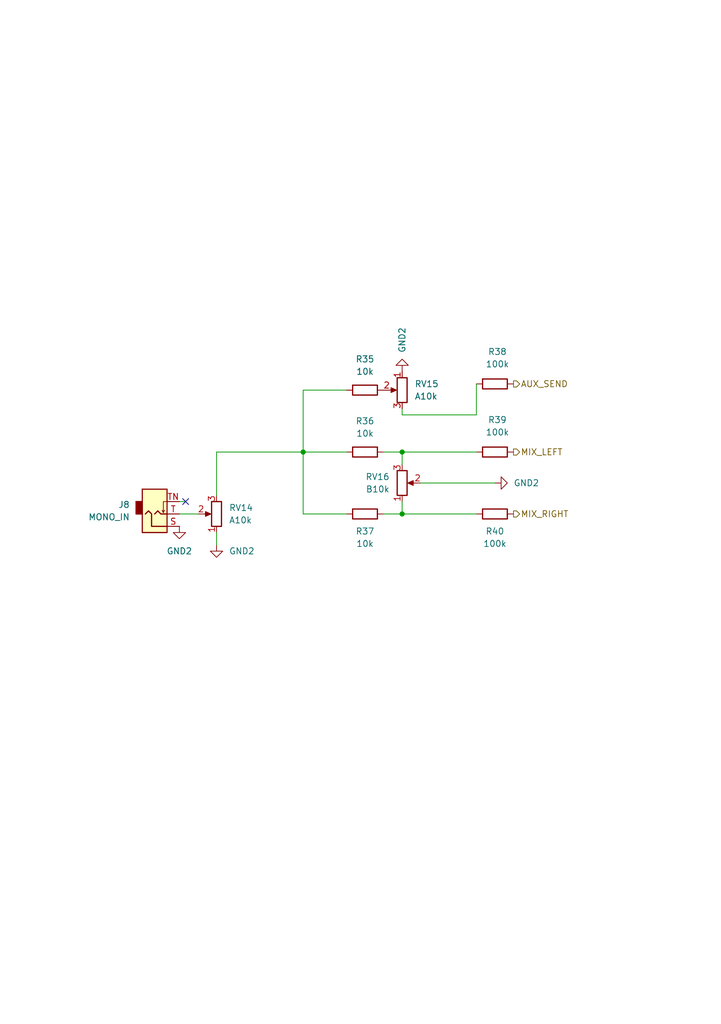
<source format=kicad_sch>
(kicad_sch (version 20231120) (generator "eeschema") (generator_version "8.0")
  (paper "A5" portrait)
  (title_block (title "Mono input channel"))
  (lib_symbols
    (symbol "Connector_Audio:AudioJack2_SwitchT"
      (property "Reference" "J" (at 0 8.89 0))
      (property "Value" "AudioJack2_SwitchT" (at 0 6.35 0))
      (symbol "AudioJack2_SwitchT_0_1"
        (rectangle (start -2.54 0) (end -3.81 -2.54) (stroke (width 0.254)) (fill (type outline)))
        (polyline (pts (xy 1.778 -0.254) (xy 2.032 -0.762)))
        (polyline (pts (xy 0 0) (xy 0.635 -0.635) (xy 1.27 0) (xy 2.54 0)) (stroke (width 0.254)))
        (polyline (pts (xy 2.54 -2.54) (xy 1.778 -2.54) (xy 1.778 -0.254) (xy 1.524 -0.762)))
        (polyline (pts (xy 2.54 2.54) (xy -0.635 2.54) (xy -0.635 0) (xy -1.27 -0.635) (xy -1.905 0)) (stroke (width 0.254)))
        (rectangle (start 2.54 3.81) (end -2.54 -5.08) (stroke (width 0.254)) (fill (type background)))
      )
      (symbol "AudioJack2_SwitchT_1_1"
        (pin passive line (at 5.08 2.54 180) (length 2.54) (name "~") (number "S"))
        (pin passive line (at 5.08 0 180) (length 2.54) (name "~") (number "T"))
        (pin passive line (at 5.08 -2.54 180) (length 2.54) (name "~") (number "TN"))
      )
    )
    (symbol "Device:R" (pin_numbers hide) (pin_names (offset 0))
      (property "Reference" "R" (at 2.032 0 90))
      (property "Value" "R" (at 0 0 90))
      (symbol "R_0_1"
        (rectangle (start -1.016 -2.54) (end 1.016 2.54) (stroke (width 0.254)))
      )
      (symbol "R_1_1"
        (pin passive line (at 0 3.81 270) (length 1.27) (name "~") (number "1"))
        (pin passive line (at 0 -3.81 90) (length 1.27) (name "~") (number "2"))
      )
    )
    (symbol "Device:R_Potentiometer" (pin_names (offset 1.016) hide)
      (property "Reference" "RV" (at -4.445 0 90))
      (property "Value" "R_Potentiometer" (at -2.54 0 90))
      (symbol "R_Potentiometer_0_1"
        (polyline (pts (xy 2.54 0) (xy 1.524 0)))
        (polyline (pts (xy 1.143 0) (xy 2.286 0.508) (xy 2.286 -0.508) (xy 1.143 0)) (fill (type outline)))
        (rectangle (start 1.016 2.54) (end -1.016 -2.54) (stroke (width 0.254)))
      )
      (symbol "R_Potentiometer_1_1"
        (pin passive line (at 0 3.81 270) (length 1.27) (name "1") (number "1"))
        (pin passive line (at 3.81 0 180) (length 1.27) (name "2") (number "2"))
        (pin passive line (at 0 -3.81 90) (length 1.27) (name "3") (number "3"))
      )
    )
    (symbol "power:GND2" (power) (pin_numbers hide) (pin_names (offset 0) hide)
      (property "Value" "GND2" (at 0 -3.81 0))
      (symbol "GND2_0_1"
        (polyline (pts (xy 0 0) (xy 0 -1.27) (xy 1.27 -1.27) (xy 0 -2.54) (xy -1.27 -1.27) (xy 0 -1.27)))
      )
      (symbol "GND2_1_1"
        (pin power_in line (at 0 0 270) (length 0) (name "~") (number "1"))
      )
    )
  )
  (junction (at 82.55 105.41))
  (junction (at 82.55 92.71))
  (junction (at 62.23 92.71))
  (no_connect (at 38.1 102.87))
  (wire (pts (xy 38.1 102.87) (xy 36.83 102.87)))
  (wire (pts (xy 82.55 85.09) (xy 97.79 85.09)))
  (wire (pts (xy 71.12 80.01) (xy 62.23 80.01)))
  (wire (pts (xy 71.12 92.71) (xy 62.23 92.71)))
  (wire (pts (xy 82.55 83.82) (xy 82.55 85.09)))
  (wire (pts (xy 71.12 105.41) (xy 62.23 105.41)))
  (wire (pts (xy 97.79 78.74) (xy 97.79 85.09)))
  (wire (pts (xy 82.55 92.71) (xy 97.79 92.71)))
  (wire (pts (xy 78.74 105.41) (xy 82.55 105.41)))
  (wire (pts (xy 36.83 105.41) (xy 40.64 105.41)))
  (wire (pts (xy 62.23 80.01) (xy 62.23 92.71)))
  (wire (pts (xy 44.45 92.71) (xy 44.45 101.6)))
  (wire (pts (xy 82.55 105.41) (xy 97.79 105.41)))
  (wire (pts (xy 78.74 92.71) (xy 82.55 92.71)))
  (wire (pts (xy 82.55 92.71) (xy 82.55 95.25)))
  (wire (pts (xy 62.23 92.71) (xy 62.23 105.41)))
  (wire (pts (xy 44.45 109.22) (xy 44.45 111.76)))
  (wire (pts (xy 44.45 92.71) (xy 62.23 92.71)))
  (wire (pts (xy 82.55 105.41) (xy 82.55 102.87)))
  (wire (pts (xy 86.36 99.06) (xy 101.6 99.06)))
  (hierarchical_label "MIX_LEFT" (shape output) (at 105.41 92.71 0))
  (hierarchical_label "MIX_RIGHT" (shape output) (at 105.41 105.41 0))
  (hierarchical_label "AUX_SEND" (shape output) (at 105.41 78.74 0))
  (symbol (lib_id "Device:R") (at 101.6 105.41 270) (unit 1)
    (property "Reference" "R16" (at 101.6 108.966 90))
    (property "Value" "100k" (at 101.6 111.506 90))
    (property "Footprint" "Resistor_SMD:R_0603_1608Metric_Pad0.98x0.95mm_HandSolder" (effects (hide yes)))
    (property "Description" "Resistor" (effects (hide yes)))
    (instances (project "mixer" (path "" (reference "R40") (unit 1)) (path "" (reference "R22") (unit 1)) (path "" (reference "R34") (unit 1)) (path "" (reference "R16") (unit 1)) (path "" (reference "R28") (unit 1))))
  )
  (symbol (lib_id "Device:R_Potentiometer") (at 44.45 105.41 180) (unit 1)
    (property "Reference" "RV2" (at 46.99 104.1399 0) (effects (justify right)))
    (property "Value" "A10k" (at 46.99 106.6799 0) (effects (justify right)))
    (property "Footprint" "KitsBlips:Potentiometer_Alpha_RD901F-40-00D_Single_Vertical" (effects (hide yes)))
    (property "Description" "Potentiometer" (effects (hide yes)))
    (instances (project "mixer" (path "" (reference "RV14") (unit 1)) (path "" (reference "RV5") (unit 1)) (path "" (reference "RV11") (unit 1)) (path "" (reference "RV2") (unit 1)) (path "" (reference "RV8") (unit 1))))
  )
  (symbol (lib_id "Device:R") (at 101.6 92.71 270) (unit 1)
    (property "Reference" "R15" (at 102.108 86.106 90))
    (property "Value" "100k" (at 102.108 88.646 90))
    (property "Footprint" "Resistor_SMD:R_0603_1608Metric_Pad0.98x0.95mm_HandSolder" (effects (hide yes)))
    (property "Description" "Resistor" (effects (hide yes)))
    (instances (project "mixer" (path "" (reference "R39") (unit 1)) (path "" (reference "R21") (unit 1)) (path "" (reference "R33") (unit 1)) (path "" (reference "R15") (unit 1)) (path "" (reference "R27") (unit 1))))
  )
  (symbol (lib_id "power:GND2") (at 44.45 111.76 0) (unit 1)
    (property "Reference" "#PWR014" (effects (hide yes)))
    (property "Value" "GND2" (at 46.99 113.0299 0) (effects (justify left)))
    (property "Description" "Power symbol creates a global label with name \"GND2\" , ground" (effects (hide yes)))
    (instances (project "mixer" (path "" (reference "#PWR040") (unit 1)) (path "" (reference "#PWR018") (unit 1)) (path "" (reference "#PWR028") (unit 1)) (path "" (reference "#PWR014") (unit 1)) (path "" (reference "#PWR022") (unit 1))))
  )
  (symbol (lib_id "Device:R_Potentiometer") (at 82.55 99.06 0) (mirror x) (unit 1)
    (property "Reference" "RV4" (at 80.01 97.7899 0) (effects (justify right)))
    (property "Value" "B10k" (at 80.01 100.3299 0) (effects (justify right)))
    (property "Footprint" "KitsBlips:Potentiometer_Alpha_RD901F-40-00D_Single_Vertical" (effects (hide yes)))
    (property "Description" "Potentiometer" (effects (hide yes)))
    (instances (project "mixer" (path "" (reference "RV16") (unit 1)) (path "" (reference "RV7") (unit 1)) (path "" (reference "RV13") (unit 1)) (path "" (reference "RV4") (unit 1)) (path "" (reference "RV10") (unit 1))))
  )
  (symbol (lib_id "Connector_Audio:AudioJack2_SwitchT") (at 31.75 105.41 0) (mirror x) (unit 1)
    (property "Reference" "J4" (at 26.67 103.5049 0) (effects (justify right)))
    (property "Value" "MONO_IN" (at 26.67 106.0449 0) (effects (justify right)))
    (property "Footprint" "KitsBlips:Jack_3.5mm_QingPu_WQP-PJ398SM_Vertical_CircularHoles" (effects (hide yes)))
    (property "Description" "Audio Jack, 2 Poles (Mono / TS), Switched T Pole (Normalling)" (effects (hide yes)))
    (instances (project "mixer" (path "" (reference "J8") (unit 1)) (path "" (reference "J5") (unit 1)) (path "" (reference "J7") (unit 1)) (path "" (reference "J4") (unit 1)) (path "" (reference "J6") (unit 1))))
  )
  (symbol (lib_id "power:GND2") (at 101.6 99.06 90) (unit 1)
    (property "Reference" "#PWR016" (effects (hide yes)))
    (property "Value" "GND2" (at 105.41 99.0599 90) (effects (justify right)))
    (property "Description" "Power symbol creates a global label with name \"GND2\" , ground" (effects (hide yes)))
    (instances (project "mixer" (path "" (reference "#PWR042") (unit 1)) (path "" (reference "#PWR020") (unit 1)) (path "" (reference "#PWR038") (unit 1)) (path "" (reference "#PWR016") (unit 1)) (path "" (reference "#PWR024") (unit 1))))
  )
  (symbol (lib_id "Device:R") (at 101.6 78.74 270) (unit 1)
    (property "Reference" "R14" (at 102.108 72.136 90))
    (property "Value" "100k" (at 102.108 74.676 90))
    (property "Footprint" "Resistor_SMD:R_0603_1608Metric_Pad0.98x0.95mm_HandSolder" (effects (hide yes)))
    (property "Description" "Resistor" (effects (hide yes)))
    (instances (project "mixer" (path "" (reference "R38") (unit 1)) (path "" (reference "R20") (unit 1)) (path "" (reference "R32") (unit 1)) (path "" (reference "R14") (unit 1)) (path "" (reference "R26") (unit 1))))
  )
  (symbol (lib_id "Device:R") (at 74.93 92.71 270) (unit 1)
    (property "Reference" "R12" (at 74.93 86.36 90))
    (property "Value" "10k" (at 74.93 88.9 90))
    (property "Footprint" "Resistor_SMD:R_0603_1608Metric_Pad0.98x0.95mm_HandSolder" (effects (hide yes)))
    (property "Description" "Resistor" (effects (hide yes)))
    (instances (project "mixer" (path "" (reference "R36") (unit 1)) (path "" (reference "R18") (unit 1)) (path "" (reference "R30") (unit 1)) (path "" (reference "R12") (unit 1)) (path "" (reference "R24") (unit 1))))
  )
  (symbol (lib_id "power:GND2") (at 82.55 76.2 180) (unit 1)
    (property "Reference" "#PWR015" (effects (hide yes)))
    (property "Value" "GND2" (at 82.5501 72.39 90) (effects (justify right)))
    (property "Description" "Power symbol creates a global label with name \"GND2\" , ground" (effects (hide yes)))
    (instances (project "mixer" (path "" (reference "#PWR041") (unit 1)) (path "" (reference "#PWR019") (unit 1)) (path "" (reference "#PWR037") (unit 1)) (path "" (reference "#PWR015") (unit 1)) (path "" (reference "#PWR023") (unit 1))))
  )
  (symbol (lib_id "power:GND2") (at 36.83 107.95 0) (unit 1)
    (property "Reference" "#PWR013" (effects (hide yes)))
    (property "Value" "GND2" (at 36.83 113.03 0))
    (property "Description" "Power symbol creates a global label with name \"GND2\" , ground" (effects (hide yes)))
    (instances (project "mixer" (path "" (reference "#PWR039") (unit 1)) (path "" (reference "#PWR017") (unit 1)) (path "" (reference "#PWR025") (unit 1)) (path "" (reference "#PWR013") (unit 1)) (path "" (reference "#PWR021") (unit 1))))
  )
  (symbol (lib_id "Device:R") (at 74.93 105.41 270) (unit 1)
    (property "Reference" "R13" (at 74.93 108.966 90))
    (property "Value" "10k" (at 74.93 111.506 90))
    (property "Footprint" "Resistor_SMD:R_0603_1608Metric_Pad0.98x0.95mm_HandSolder" (effects (hide yes)))
    (property "Description" "Resistor" (effects (hide yes)))
    (instances (project "mixer" (path "" (reference "R37") (unit 1)) (path "" (reference "R19") (unit 1)) (path "" (reference "R31") (unit 1)) (path "" (reference "R13") (unit 1)) (path "" (reference "R25") (unit 1))))
  )
  (symbol (lib_id "Device:R_Potentiometer") (at 82.55 80.01 0) (mirror y) (unit 1)
    (property "Reference" "RV3" (at 85.09 78.7399 0) (effects (justify right)))
    (property "Value" "A10k" (at 85.09 81.2799 0) (effects (justify right)))
    (property "Footprint" "KitsBlips:Potentiometer_Alpha_RD901F-40-00D_Single_Vertical" (effects (hide yes)))
    (property "Description" "Potentiometer" (effects (hide yes)))
    (instances (project "mixer" (path "" (reference "RV15") (unit 1)) (path "" (reference "RV6") (unit 1)) (path "" (reference "RV12") (unit 1)) (path "" (reference "RV3") (unit 1)) (path "" (reference "RV9") (unit 1))))
  )
  (symbol (lib_id "Device:R") (at 74.93 80.01 270) (unit 1)
    (property "Reference" "R11" (at 74.93 73.66 90))
    (property "Value" "10k" (at 74.93 76.2 90))
    (property "Footprint" "Resistor_SMD:R_0603_1608Metric_Pad0.98x0.95mm_HandSolder" (effects (hide yes)))
    (property "Description" "Resistor" (effects (hide yes)))
    (instances (project "mixer" (path "" (reference "R35") (unit 1)) (path "" (reference "R17") (unit 1)) (path "" (reference "R29") (unit 1)) (path "" (reference "R11") (unit 1)) (path "" (reference "R23") (unit 1))))
  )
)
</source>
